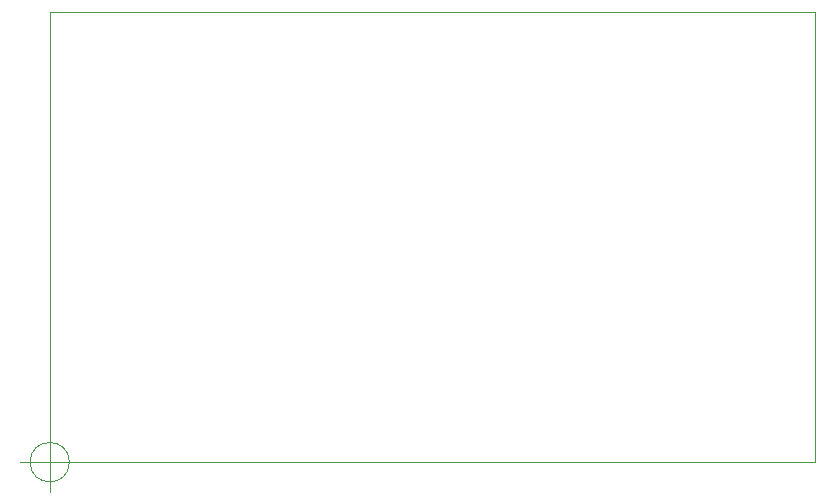
<source format=gm1>
G04 #@! TF.GenerationSoftware,KiCad,Pcbnew,(5.1.2)-2*
G04 #@! TF.CreationDate,2019-07-07T18:05:40+09:00*
G04 #@! TF.ProjectId,PmodICSIF,506d6f64-4943-4534-9946-2e6b69636164,rev?*
G04 #@! TF.SameCoordinates,Original*
G04 #@! TF.FileFunction,Profile,NP*
%FSLAX46Y46*%
G04 Gerber Fmt 4.6, Leading zero omitted, Abs format (unit mm)*
G04 Created by KiCad (PCBNEW (5.1.2)-2) date 2019-07-07 18:05:40*
%MOMM*%
%LPD*%
G04 APERTURE LIST*
%ADD10C,0.050000*%
G04 APERTURE END LIST*
D10*
X69850000Y-62230000D02*
X69850000Y-100330000D01*
X134620000Y-62230000D02*
X69850000Y-62230000D01*
X134620000Y-100330000D02*
X134620000Y-62230000D01*
X69850000Y-100330000D02*
X134620000Y-100330000D01*
X71516666Y-100330000D02*
G75*
G03X71516666Y-100330000I-1666666J0D01*
G01*
X67350000Y-100330000D02*
X72350000Y-100330000D01*
X69850000Y-97830000D02*
X69850000Y-102830000D01*
M02*

</source>
